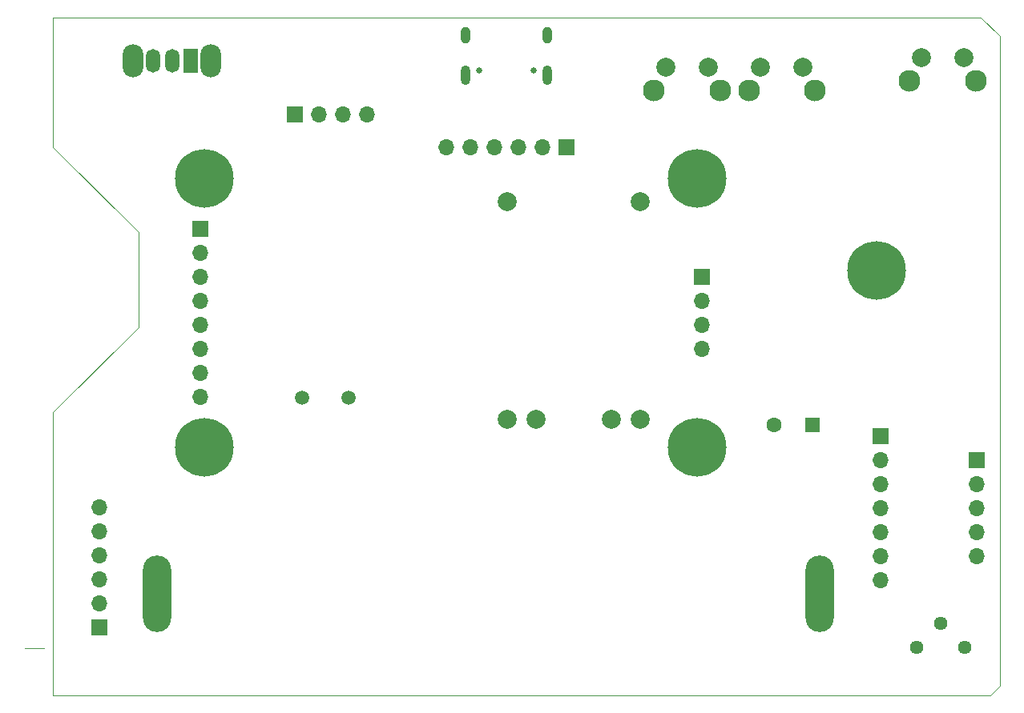
<source format=gbr>
%TF.GenerationSoftware,KiCad,Pcbnew,(7.0.0)*%
%TF.CreationDate,2023-04-30T17:40:28+02:00*%
%TF.ProjectId,STM32 Talnet console,53544d33-3220-4546-916c-6e657420636f,rev?*%
%TF.SameCoordinates,Original*%
%TF.FileFunction,Soldermask,Bot*%
%TF.FilePolarity,Negative*%
%FSLAX46Y46*%
G04 Gerber Fmt 4.6, Leading zero omitted, Abs format (unit mm)*
G04 Created by KiCad (PCBNEW (7.0.0)) date 2023-04-30 17:40:28*
%MOMM*%
%LPD*%
G01*
G04 APERTURE LIST*
%ADD10R,1.700000X1.700000*%
%ADD11O,1.700000X1.700000*%
%ADD12C,2.300000*%
%ADD13C,2.000000*%
%ADD14C,0.650000*%
%ADD15O,1.000000X2.100000*%
%ADD16O,1.000000X1.800000*%
%ADD17C,6.200000*%
%ADD18C,1.440000*%
%ADD19O,2.200000X3.500000*%
%ADD20R,1.500000X2.500000*%
%ADD21O,1.500000X2.500000*%
%ADD22O,3.000000X8.100000*%
%ADD23R,1.600000X1.600000*%
%ADD24C,1.600000*%
%ADD25C,1.500000*%
%TA.AperFunction,Profile*%
%ADD26C,0.100000*%
%TD*%
G04 APERTURE END LIST*
D10*
%TO.C,J2*%
X80732099Y-50624999D03*
D11*
X80732099Y-53164999D03*
X80732099Y-55704999D03*
X80732099Y-58244999D03*
X80732099Y-60784999D03*
X80732099Y-63324999D03*
X80732099Y-65864999D03*
X80732099Y-68404999D03*
%TD*%
D10*
%TO.C,J10*%
X162787099Y-75079999D03*
D11*
X162787099Y-77619999D03*
X162787099Y-80159999D03*
X162787099Y-82699999D03*
X162787099Y-85239999D03*
%TD*%
D12*
%TO.C,SW1*%
X138707100Y-36000000D03*
X145707100Y-36000000D03*
D13*
X139957100Y-33500000D03*
X144457100Y-33500000D03*
%TD*%
D10*
%TO.C,J9*%
X152627099Y-72529999D03*
D11*
X152627099Y-75069999D03*
X152627099Y-77609999D03*
X152627099Y-80149999D03*
X152627099Y-82689999D03*
X152627099Y-85229999D03*
X152627099Y-87769999D03*
%TD*%
D10*
%TO.C,J3*%
X133732099Y-55699999D03*
D11*
X133732099Y-58239999D03*
X133732099Y-60779999D03*
X133732099Y-63319999D03*
%TD*%
D14*
%TO.C,J6*%
X115987100Y-33844000D03*
X110207100Y-33844000D03*
D15*
X117417099Y-34363999D03*
D16*
X117417099Y-30163999D03*
D15*
X108777099Y-34363999D03*
D16*
X108777099Y-30163999D03*
%TD*%
D17*
%TO.C,H1*%
X81207100Y-45250000D03*
%TD*%
D10*
%TO.C,J4*%
X70047099Y-92824999D03*
D11*
X70047099Y-90284999D03*
X70047099Y-87744999D03*
X70047099Y-85204999D03*
X70047099Y-82664999D03*
X70047099Y-80124999D03*
%TD*%
D10*
%TO.C,J1*%
X90707099Y-38474999D03*
D11*
X93247099Y-38474999D03*
X95787099Y-38474999D03*
X98327099Y-38474999D03*
%TD*%
D18*
%TO.C,RV1*%
X161507100Y-94885000D03*
X158967100Y-92345000D03*
X156427100Y-94885000D03*
%TD*%
D19*
%TO.C,SW9*%
X81843099Y-32829999D03*
X73643099Y-32829999D03*
D20*
X79743099Y-32829999D03*
D21*
X77743099Y-32829999D03*
X75743099Y-32829999D03*
%TD*%
D17*
%TO.C,H3*%
X133207100Y-73750000D03*
%TD*%
D10*
%TO.C,J8*%
X119447099Y-42013999D03*
D11*
X116907099Y-42013999D03*
X114367099Y-42013999D03*
X111827099Y-42013999D03*
X109287099Y-42013999D03*
X106747099Y-42013999D03*
%TD*%
D22*
%TO.C,J7*%
X76207099Y-89224999D03*
X146207099Y-89224999D03*
%TD*%
D17*
%TO.C,H2*%
X133207100Y-45250000D03*
%TD*%
D12*
%TO.C,SW4*%
X128707100Y-36000000D03*
X135707100Y-36000000D03*
D13*
X129957100Y-33500000D03*
X134457100Y-33500000D03*
%TD*%
D12*
%TO.C,SW7*%
X155707100Y-35000000D03*
X162707100Y-35000000D03*
D13*
X156957100Y-32500000D03*
X161457100Y-32500000D03*
%TD*%
D23*
%TO.C,BZ1*%
X145407099Y-71349999D03*
D24*
X141407100Y-71350000D03*
%TD*%
D17*
%TO.C,H4*%
X81207100Y-73750000D03*
%TD*%
%TO.C,H5*%
X152207100Y-55000000D03*
%TD*%
D13*
%TO.C,U2*%
X127207100Y-47750000D03*
X113207100Y-47750000D03*
X127207100Y-70750000D03*
X124207100Y-70750000D03*
X116207100Y-70750000D03*
X113207100Y-70750000D03*
%TD*%
D25*
%TO.C,Y2*%
X91507100Y-68500000D03*
X96387100Y-68500000D03*
%TD*%
D26*
X163207100Y-28250000D02*
X65207100Y-28250000D01*
X164207100Y-100000000D02*
X165207100Y-99000000D01*
X163207100Y-28250000D02*
X165207100Y-30250000D01*
X65207100Y-28250000D02*
X65207100Y-42000000D01*
X74207100Y-51000000D02*
X74207100Y-61000000D01*
X65207100Y-70000000D02*
X65207100Y-100000000D01*
X64207100Y-95000000D02*
X62207100Y-95000000D01*
X74207100Y-61000000D02*
X65207100Y-70000000D01*
X74207100Y-51000000D02*
X65207100Y-42000000D01*
X65207100Y-100000000D02*
X164207100Y-100000000D01*
X165207100Y-99000000D02*
X165207100Y-30250000D01*
M02*

</source>
